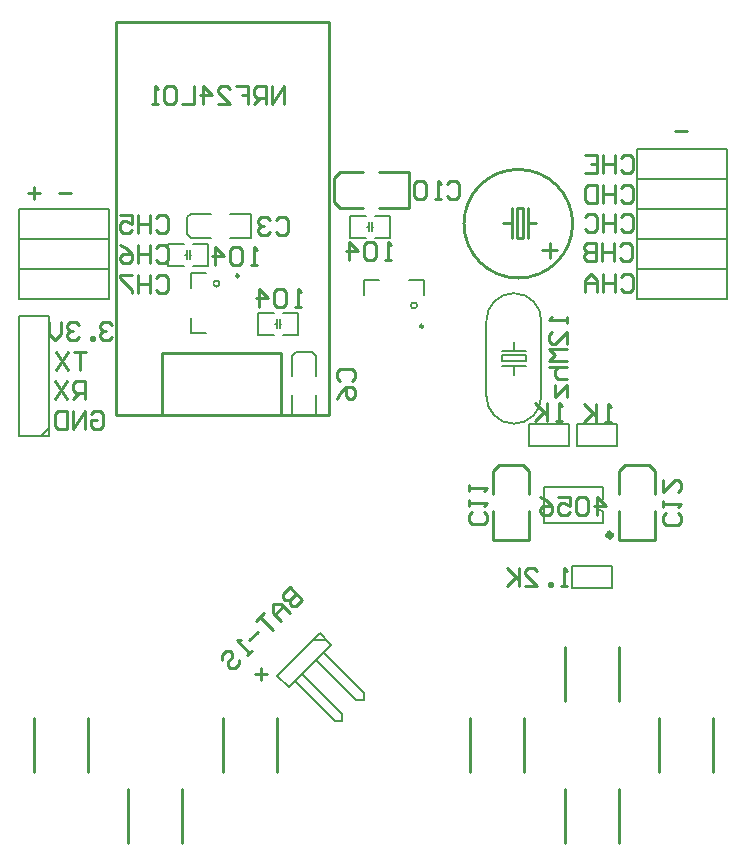
<source format=gbo>
G04*
G04 #@! TF.GenerationSoftware,Altium Limited,Altium Designer,22.2.1 (43)*
G04*
G04 Layer_Color=32896*
%FSLAX25Y25*%
%MOIN*%
G70*
G04*
G04 #@! TF.SameCoordinates,9C75C661-4079-485B-A4B9-5B77D2324FE1*
G04*
G04*
G04 #@! TF.FilePolarity,Positive*
G04*
G01*
G75*
%ADD10C,0.00984*%
%ADD11C,0.01000*%
%ADD12C,0.00787*%
%ADD13C,0.00800*%
%ADD14C,0.00600*%
%ADD48C,0.01968*%
%ADD99C,0.00591*%
D10*
X73290Y198647D02*
G03*
X73290Y198647I-492J0D01*
G01*
X134720Y181843D02*
G03*
X134720Y181843I-492J0D01*
G01*
D11*
X184561Y216024D02*
G03*
X184561Y216024I-18110J0D01*
G01*
X211951Y120365D02*
X211951Y110614D01*
X199951D02*
Y120365D01*
X211951Y125865D02*
Y133614D01*
X199951Y125865D02*
Y133614D01*
Y110614D02*
X211951D01*
X201951Y135614D02*
X209951Y135614D01*
X199951Y133614D02*
X201951Y135614D01*
X209951Y135614D02*
X211951Y133614D01*
X169951Y120365D02*
X169951Y110614D01*
X157951D02*
Y120365D01*
X169951Y125865D02*
Y133614D01*
X157951Y125865D02*
Y133614D01*
Y110614D02*
X169951D01*
X159951Y135614D02*
X167951Y135614D01*
X157951Y133614D02*
X159951Y135614D01*
X167951Y135614D02*
X169951Y133614D01*
X150370Y33313D02*
Y51313D01*
X168370Y33313D02*
X168370Y51313D01*
X213362Y33313D02*
Y51313D01*
X231362Y33313D02*
X231362Y51313D01*
X181866Y9691D02*
Y27691D01*
X199866Y9691D02*
X199866Y27691D01*
X181866Y56935D02*
Y74935D01*
X199866Y56935D02*
X199866Y74935D01*
X67850Y33254D02*
Y51254D01*
X85850Y33254D02*
X85850Y51253D01*
X36354Y9631D02*
Y27632D01*
X54354Y9631D02*
X54354Y27632D01*
X4858Y33254D02*
Y51254D01*
X22858Y33254D02*
X22858Y51253D01*
X120122Y233244D02*
X129872Y233244D01*
X120122Y221244D02*
X129872D01*
X106872Y233244D02*
X114622D01*
X106872Y221244D02*
X114622D01*
X129872D02*
Y233244D01*
X104872Y223244D02*
X104872Y231244D01*
X104872Y223244D02*
X106872Y221244D01*
X104872Y231244D02*
X106872Y233244D01*
X176951Y204614D02*
Y209614D01*
X174451Y207114D02*
X179451D01*
X169742Y216114D02*
X172451D01*
X161451D02*
X163753D01*
X165951Y211114D02*
X167951Y211114D01*
X169742Y211114D02*
Y221114D01*
X165951D02*
X167951Y221114D01*
X164253Y221114D02*
X164253Y211114D01*
X167951Y211114D02*
Y221114D01*
X165951Y211114D02*
Y221114D01*
X32380Y152098D02*
X103246D01*
X32380D02*
Y283201D01*
X103246D01*
Y152098D02*
Y283201D01*
X47734Y152689D02*
Y172965D01*
X87498Y152886D02*
Y172965D01*
X47931D02*
X87301D01*
X222720Y246791D02*
X218722D01*
X6920Y226391D02*
X2922D01*
X4921Y228391D02*
Y224392D01*
X17320Y226191D02*
X13322D01*
X22351Y173212D02*
X18352D01*
X20351D01*
Y167214D01*
X16353Y173212D02*
X12354Y167214D01*
Y173212D02*
X16353Y167214D01*
X22051Y157714D02*
Y163712D01*
X19052D01*
X18052Y162712D01*
Y160713D01*
X19052Y159713D01*
X22051D01*
X20052D02*
X18052Y157714D01*
X16053Y163712D02*
X12054Y157714D01*
Y163712D02*
X16053Y157714D01*
X24120Y152591D02*
X25120Y153590D01*
X27119D01*
X28119Y152591D01*
Y148592D01*
X27119Y147592D01*
X25120D01*
X24120Y148592D01*
Y150591D01*
X26119D01*
X22120Y147592D02*
Y153590D01*
X18122Y147592D01*
Y153590D01*
X16122D02*
Y147592D01*
X13123D01*
X12124Y148592D01*
Y152591D01*
X13123Y153590D01*
X16122D01*
X31109Y182306D02*
X30109Y183306D01*
X28110D01*
X27110Y182306D01*
Y181307D01*
X28110Y180307D01*
X29109D01*
X28110D01*
X27110Y179307D01*
Y178307D01*
X28110Y177308D01*
X30109D01*
X31109Y178307D01*
X25111Y177308D02*
Y178307D01*
X24111D01*
Y177308D01*
X25111D01*
X20112Y182306D02*
X19113Y183306D01*
X17113D01*
X16114Y182306D01*
Y181307D01*
X17113Y180307D01*
X18113D01*
X17113D01*
X16114Y179307D01*
Y178307D01*
X17113Y177308D01*
X19113D01*
X20112Y178307D01*
X14114Y183306D02*
Y179307D01*
X12115Y177308D01*
X10115Y179307D01*
Y183306D01*
X78740Y65991D02*
X82739D01*
X80739Y67990D02*
Y63992D01*
X192817Y118895D02*
Y124892D01*
X195817Y121894D01*
X191818D01*
X189819Y123893D02*
X188819Y124892D01*
X186819D01*
X185820Y123893D01*
Y119894D01*
X186819Y118895D01*
X188819D01*
X189819Y119894D01*
Y123893D01*
X179822Y124892D02*
X183820D01*
Y121894D01*
X181821Y122893D01*
X180821D01*
X179822Y121894D01*
Y119894D01*
X180821Y118895D01*
X182821D01*
X183820Y119894D01*
X173824Y124892D02*
X175823Y123893D01*
X177822Y121894D01*
Y119894D01*
X176823Y118895D01*
X174823D01*
X173824Y119894D01*
Y120894D01*
X174823Y121894D01*
X177822D01*
X180917Y150294D02*
X178917D01*
X179917D01*
Y156292D01*
X180917Y155293D01*
X175918Y156292D02*
Y150294D01*
Y152294D01*
X171919Y156292D01*
X174918Y153294D01*
X171919Y150294D01*
X197216Y150094D02*
X195217D01*
X196217D01*
Y156093D01*
X197216Y155093D01*
X192218Y156093D02*
Y150094D01*
Y152094D01*
X188219Y156093D01*
X191218Y153094D01*
X188219Y150094D01*
X182717Y95195D02*
X180717D01*
X181717D01*
Y101192D01*
X182717Y100193D01*
X177718Y95195D02*
Y96194D01*
X176718D01*
Y95195D01*
X177718D01*
X168721D02*
X172720D01*
X168721Y99193D01*
Y100193D01*
X169721Y101192D01*
X171720D01*
X172720Y100193D01*
X166722Y101192D02*
Y95195D01*
Y97194D01*
X162723Y101192D01*
X165722Y98194D01*
X162723Y95195D01*
X219615Y119693D02*
X220615Y118693D01*
Y116694D01*
X219615Y115694D01*
X215616D01*
X214616Y116694D01*
Y118693D01*
X215616Y119693D01*
X214616Y121693D02*
Y123692D01*
Y122692D01*
X220615D01*
X219615Y121693D01*
X214616Y130690D02*
Y126691D01*
X218615Y130690D01*
X219615D01*
X220615Y129690D01*
Y127691D01*
X219615Y126691D01*
X155015Y119993D02*
X156015Y118993D01*
Y116994D01*
X155015Y115995D01*
X151016D01*
X150016Y116994D01*
Y118993D01*
X151016Y119993D01*
X150016Y121993D02*
Y123992D01*
Y122992D01*
X156015D01*
X155015Y121993D01*
X150016Y126991D02*
Y128990D01*
Y127991D01*
X156015D01*
X155015Y126991D01*
X142810Y229306D02*
X143810Y230306D01*
X145809D01*
X146809Y229306D01*
Y225307D01*
X145809Y224308D01*
X143810D01*
X142810Y225307D01*
X140811Y224308D02*
X138811D01*
X139811D01*
Y230306D01*
X140811Y229306D01*
X135812D02*
X134812Y230306D01*
X132813D01*
X131814Y229306D01*
Y225307D01*
X132813Y224308D01*
X134812D01*
X135812Y225307D01*
Y229306D01*
X123916Y203795D02*
X121917D01*
X122917D01*
Y209792D01*
X123916Y208793D01*
X118918D02*
X117919Y209792D01*
X115919D01*
X114919Y208793D01*
Y204794D01*
X115919Y203795D01*
X117919D01*
X118918Y204794D01*
Y208793D01*
X109921Y203795D02*
Y209792D01*
X112920Y206793D01*
X108921D01*
X88420Y255792D02*
Y261790D01*
X84422Y255792D01*
Y261790D01*
X82422Y255792D02*
Y261790D01*
X79423D01*
X78424Y260790D01*
Y258791D01*
X79423Y257791D01*
X82422D01*
X80423D02*
X78424Y255792D01*
X72426Y261790D02*
X76424D01*
Y258791D01*
X74425D01*
X76424D01*
Y255792D01*
X66428D02*
X70426D01*
X66428Y259791D01*
Y260790D01*
X67427Y261790D01*
X69427D01*
X70426Y260790D01*
X61429Y255792D02*
Y261790D01*
X64428Y258791D01*
X60430D01*
X58430Y261790D02*
Y255792D01*
X54431D01*
X52432Y260790D02*
X51432Y261790D01*
X49433D01*
X48433Y260790D01*
Y256792D01*
X49433Y255792D01*
X51432D01*
X52432Y256792D01*
Y260790D01*
X46434Y255792D02*
X44435D01*
X45434D01*
Y261790D01*
X46434Y260790D01*
X182817Y185094D02*
Y183095D01*
Y184095D01*
X176819D01*
X177818Y185094D01*
X182817Y176097D02*
Y180096D01*
X178818Y176097D01*
X177818D01*
X176819Y177097D01*
Y179096D01*
X177818Y180096D01*
X182817Y174098D02*
X176819D01*
X178818Y172099D01*
X176819Y170099D01*
X182817D01*
X176819Y168100D02*
X182817D01*
X179817D01*
X178818Y167100D01*
Y165101D01*
X179817Y164101D01*
X182817D01*
X178818Y162102D02*
Y158103D01*
X182817Y162102D01*
Y158103D01*
X90247Y94792D02*
X94488Y90551D01*
X92368Y88431D01*
X90954D01*
X90247Y89137D01*
Y90551D01*
X92368Y92672D01*
X90247Y90551D01*
X88833D01*
X88126Y91258D01*
Y92672D01*
X90247Y94792D01*
Y86310D02*
X87419Y89137D01*
X84592D01*
X84592Y86310D01*
X87419Y83482D01*
X85299Y85603D01*
X88126Y88431D01*
X81764Y86310D02*
X78937Y83482D01*
X80351Y84896D01*
X84592Y80655D01*
X79644Y79948D02*
X76816Y77121D01*
X77523Y73586D02*
X76109Y72172D01*
X76816Y72879D01*
X72575Y77121D01*
X73989D01*
X67627Y70759D02*
Y72172D01*
X69041Y73586D01*
X70454D01*
X71161Y72879D01*
Y71465D01*
X69748Y70052D01*
Y68638D01*
X70454Y67931D01*
X71868D01*
X73282Y69345D01*
Y70759D01*
X200566Y237990D02*
X201566Y238990D01*
X203565D01*
X204565Y237990D01*
Y233992D01*
X203565Y232992D01*
X201566D01*
X200566Y233992D01*
X198567Y238990D02*
Y232992D01*
Y235991D01*
X194568D01*
Y238990D01*
Y232992D01*
X188570Y238990D02*
X192569D01*
Y232992D01*
X188570D01*
X192569Y235991D02*
X190569D01*
X200666Y227991D02*
X201666Y228990D01*
X203665D01*
X204665Y227991D01*
Y223992D01*
X203665Y222992D01*
X201666D01*
X200666Y223992D01*
X198667Y228990D02*
Y222992D01*
Y225991D01*
X194668D01*
Y228990D01*
Y222992D01*
X192669Y228990D02*
Y222992D01*
X189670D01*
X188670Y223992D01*
Y227991D01*
X189670Y228990D01*
X192669D01*
X200566Y218390D02*
X201566Y219390D01*
X203565D01*
X204565Y218390D01*
Y214392D01*
X203565Y213392D01*
X201566D01*
X200566Y214392D01*
X198567Y219390D02*
Y213392D01*
Y216391D01*
X194568D01*
Y219390D01*
Y213392D01*
X188570Y218390D02*
X189570Y219390D01*
X191569D01*
X192569Y218390D01*
Y214392D01*
X191569Y213392D01*
X189570D01*
X188570Y214392D01*
X200466Y208490D02*
X201466Y209490D01*
X203465D01*
X204465Y208490D01*
Y204492D01*
X203465Y203492D01*
X201466D01*
X200466Y204492D01*
X198467Y209490D02*
Y203492D01*
Y206491D01*
X194468D01*
Y209490D01*
Y203492D01*
X192469Y209490D02*
Y203492D01*
X189470D01*
X188470Y204492D01*
Y205491D01*
X189470Y206491D01*
X192469D01*
X189470D01*
X188470Y207491D01*
Y208490D01*
X189470Y209490D01*
X192469D01*
X200666Y198190D02*
X201666Y199190D01*
X203665D01*
X204665Y198190D01*
Y194192D01*
X203665Y193192D01*
X201666D01*
X200666Y194192D01*
X198667Y199190D02*
Y193192D01*
Y196191D01*
X194668D01*
Y199190D01*
Y193192D01*
X192669D02*
Y197191D01*
X190669Y199190D01*
X188670Y197191D01*
Y193192D01*
Y196191D01*
X192669D01*
X45812Y197967D02*
X46812Y198967D01*
X48811D01*
X49811Y197967D01*
Y193968D01*
X48811Y192968D01*
X46812D01*
X45812Y193968D01*
X43813Y198967D02*
Y192968D01*
Y195967D01*
X39814D01*
Y198967D01*
Y192968D01*
X37815Y198967D02*
X33816D01*
Y197967D01*
X37815Y193968D01*
Y192968D01*
X45812Y207967D02*
X46812Y208967D01*
X48811D01*
X49811Y207967D01*
Y203968D01*
X48811Y202969D01*
X46812D01*
X45812Y203968D01*
X43813Y208967D02*
Y202969D01*
Y205967D01*
X39814D01*
Y208967D01*
Y202969D01*
X33816Y208967D02*
X35816Y207967D01*
X37815Y205967D01*
Y203968D01*
X36815Y202969D01*
X34816D01*
X33816Y203968D01*
Y204968D01*
X34816Y205967D01*
X37815D01*
X45812Y217967D02*
X46812Y218967D01*
X48811D01*
X49811Y217967D01*
Y213968D01*
X48811Y212968D01*
X46812D01*
X45812Y213968D01*
X43813Y218967D02*
Y212968D01*
Y215967D01*
X39814D01*
Y218967D01*
Y212968D01*
X33816Y218967D02*
X37815D01*
Y215967D01*
X35816Y216967D01*
X34816D01*
X33816Y215967D01*
Y213968D01*
X34816Y212968D01*
X36815D01*
X37815Y213968D01*
X107110Y163509D02*
X106111Y164509D01*
Y166508D01*
X107110Y167508D01*
X111109D01*
X112109Y166508D01*
Y164509D01*
X111109Y163509D01*
X106111Y157511D02*
X107110Y159511D01*
X109110Y161510D01*
X111109D01*
X112109Y160510D01*
Y158511D01*
X111109Y157511D01*
X110109D01*
X109110Y158511D01*
Y161510D01*
X93916Y188195D02*
X91917D01*
X92917D01*
Y194193D01*
X93916Y193193D01*
X88918D02*
X87919Y194193D01*
X85919D01*
X84919Y193193D01*
Y189194D01*
X85919Y188195D01*
X87919D01*
X88918Y189194D01*
Y193193D01*
X79921Y188195D02*
Y194193D01*
X82920Y191193D01*
X78921D01*
X79417Y202395D02*
X77417D01*
X78417D01*
Y208393D01*
X79417Y207393D01*
X74418D02*
X73418Y208393D01*
X71419D01*
X70419Y207393D01*
Y203394D01*
X71419Y202395D01*
X73418D01*
X74418Y203394D01*
Y207393D01*
X65421Y202395D02*
Y208393D01*
X68420Y205394D01*
X64421D01*
X85610Y217406D02*
X86610Y218406D01*
X88609D01*
X89609Y217406D01*
Y213407D01*
X88609Y212408D01*
X86610D01*
X85610Y213407D01*
X83611Y217406D02*
X82611Y218406D01*
X80612D01*
X79612Y217406D01*
Y216407D01*
X80612Y215407D01*
X81611D01*
X80612D01*
X79612Y214407D01*
Y213407D01*
X80612Y212408D01*
X82611D01*
X83611Y213407D01*
D12*
X174970Y116216D02*
X194655D01*
X174970Y128216D02*
X194655D01*
X174970Y116216D02*
Y128216D01*
X70416Y219408D02*
X77416D01*
Y211408D02*
Y219408D01*
X70416Y211408D02*
X77416D01*
X57416Y219408D02*
X63916D01*
X56116Y218108D02*
X57416Y219408D01*
Y211408D02*
X63916D01*
X56116Y212708D02*
Y218108D01*
Y212708D02*
X57416Y211408D01*
X98917Y151894D02*
Y158895D01*
X90917Y151894D02*
X98917D01*
X90917D02*
Y158895D01*
X98917Y165394D02*
Y171895D01*
X97616Y173195D02*
X98917Y171895D01*
X90917Y165394D02*
Y171895D01*
X92216Y173195D02*
X97616D01*
X90917Y171895D02*
X92216Y173195D01*
X-0Y191092D02*
X30000D01*
X-0D02*
Y201092D01*
X30000D01*
Y191092D02*
Y201092D01*
X-0D02*
X30000D01*
X-0D02*
Y211092D01*
X30000D01*
Y201092D02*
Y211092D01*
X-0D02*
X30000D01*
X-0D02*
Y221092D01*
X30000D01*
Y211092D02*
Y221092D01*
X206065Y241092D02*
X236065D01*
Y231092D02*
Y241092D01*
X206065Y231092D02*
X236065D01*
X206065D02*
Y241092D01*
Y231092D02*
X236065D01*
Y221092D02*
Y231092D01*
X206065Y221092D02*
X236065D01*
X206065D02*
Y231092D01*
Y221092D02*
X236065D01*
Y211092D02*
Y221092D01*
X206065Y211092D02*
X236065D01*
X206065D02*
Y221092D01*
Y211092D02*
X236065D01*
Y201092D02*
Y211092D01*
X206065Y201092D02*
X236065D01*
X206065D02*
Y211092D01*
Y201092D02*
X236065D01*
Y191092D02*
Y201092D01*
X206065Y191092D02*
X236065D01*
X206065D02*
Y201092D01*
X57349Y179592D02*
Y184592D01*
Y179592D02*
X62349D01*
X57349Y194592D02*
Y199592D01*
X62349D01*
X115172Y197292D02*
X120172D01*
X115172Y192292D02*
Y197292D01*
X130172D02*
X135172D01*
Y192292D02*
Y197292D01*
X114866Y59707D02*
X114866Y57350D01*
X101526Y73047D02*
X114866Y59707D01*
X99169Y70690D02*
X112484Y57375D01*
X112458Y57350D02*
X112509D01*
X114866D01*
X105438Y50279D02*
X107795D01*
X92098Y63619D02*
X105412Y50304D01*
X94455Y65976D02*
X107795Y52636D01*
X107795Y50279D01*
X86062Y65361D02*
X89951Y61472D01*
X104093Y75614D01*
X100204Y79503D02*
X104093Y75614D01*
X98790Y77382D02*
X102325D01*
X95254Y74553D02*
X100204Y79503D01*
X86062Y65361D02*
X95254Y74553D01*
X-0Y185292D02*
X9900D01*
X10000Y185392D01*
Y147892D02*
Y185392D01*
Y145392D02*
Y147892D01*
X-0Y145392D02*
X10000D01*
X7500D02*
X10000Y147892D01*
X-0Y145392D02*
Y185292D01*
D13*
X194655Y124216D02*
G03*
X192655Y122216I0J-2000D01*
G01*
X192655D02*
G03*
X194655Y120216I2000J-0D01*
G01*
X174129Y183615D02*
G03*
X155823Y183623I-9153J106D01*
G01*
X155823Y158630D02*
G03*
X174129Y158623I9153J-106D01*
G01*
X194655Y124216D02*
Y128216D01*
Y116216D02*
Y120216D01*
X174130Y158623D02*
Y183615D01*
X155823Y158630D02*
Y183623D01*
X110358Y218614D02*
X115551D01*
X118551D02*
X123744D01*
X118551Y211414D02*
X123744D01*
X110358D02*
X115551D01*
X110358D02*
Y218614D01*
X123744Y211414D02*
Y218614D01*
X79758Y186214D02*
X84951D01*
X87951D02*
X93144D01*
X87951Y179014D02*
X93144D01*
X79758D02*
X84951D01*
X79758D02*
Y186214D01*
X93144Y179014D02*
Y186214D01*
X57951Y202014D02*
X63144D01*
X49758D02*
X54951D01*
X49758Y209214D02*
X54951D01*
X57951D02*
X63144D01*
Y202014D02*
Y209214D01*
X49758Y202014D02*
Y209214D01*
X199444Y142014D02*
Y149214D01*
X186058D02*
X199444D01*
X186058Y142014D02*
Y149214D01*
Y142014D02*
X199444D01*
X170058Y142014D02*
Y149214D01*
Y142014D02*
X183444D01*
Y149214D01*
X170058D02*
X183444D01*
X184258Y94714D02*
Y101914D01*
Y94714D02*
X197644D01*
Y101914D01*
X184258D02*
X197644D01*
D14*
X160976Y170123D02*
X168976D01*
X160976D02*
Y172123D01*
X168976D01*
Y170123D02*
Y172123D01*
X160976Y168623D02*
X168976D01*
X160976Y173623D02*
X168976D01*
X164976D02*
Y176623D01*
Y165623D02*
Y168623D01*
X116051Y215014D02*
X116551D01*
X117551D02*
X118051D01*
X117551Y213514D02*
Y216514D01*
X116551Y213514D02*
Y216514D01*
X85451Y182614D02*
X85951D01*
X86951D02*
X87451D01*
X86951Y181114D02*
Y184114D01*
X85951Y181114D02*
Y184114D01*
X56951Y205614D02*
X57451D01*
X55451D02*
X55951D01*
Y204114D02*
Y207114D01*
X56951Y204114D02*
Y207114D01*
D48*
X197421Y112216D02*
G03*
X197421Y112216I-608J0D01*
G01*
D99*
X66849Y196092D02*
G03*
X66849Y196092I-1000J0D01*
G01*
X132672Y188792D02*
G03*
X132672Y188792I-1000J0D01*
G01*
M02*

</source>
